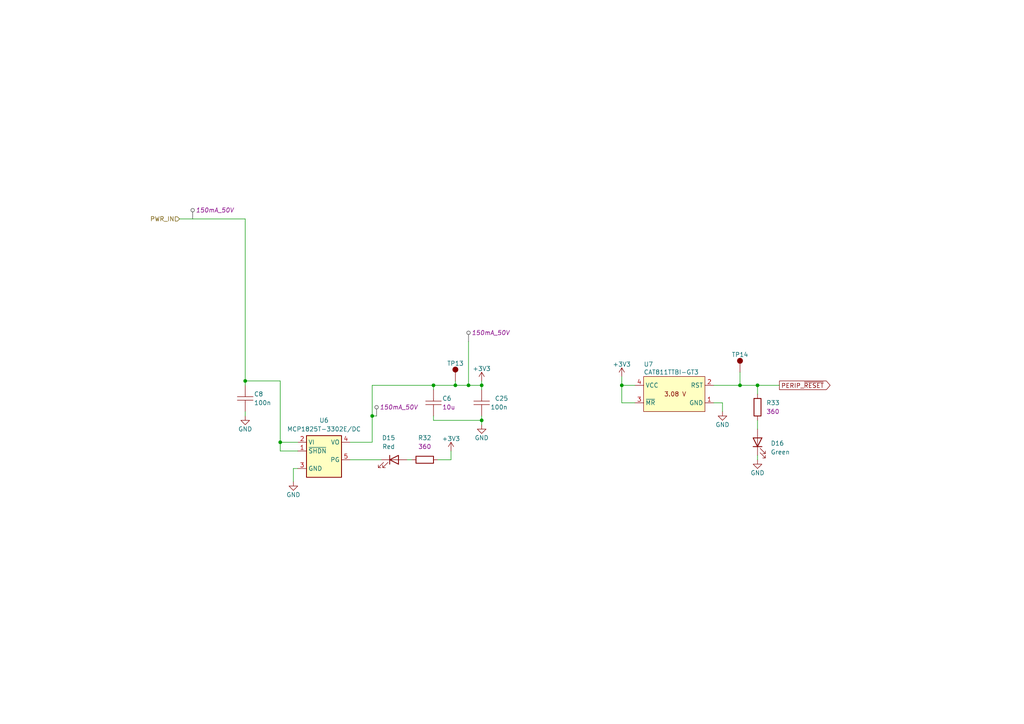
<source format=kicad_sch>
(kicad_sch (version 20230121) (generator eeschema)
  (paper "A4")
  (title_block (title "Programmable Keyboard") (date "2023-10-19") (rev "1.0") (company "Kallio Designs Oy") (comment 1 "TL, NH") (comment 2 "ASSEMBLY_PN") (comment 3 "PCB_PN"))
  (lib_symbols
    (symbol "KD_Capacitor:C_0603_100n_X7R_50V" (pin_numbers hide) (pin_names hide)
      (property "Reference" "C" (at 2.54 1.27 0))
      (property "Value" "100n" (at 2.54 -1.27 0))
      (symbol "C_0603_100n_X7R_50V_0_1"
        (polyline (pts (xy -2.286 -0.508) (xy 2.286 -0.508)))
        (polyline (pts (xy -2.286 0.508) (xy 2.286 0.508)))
        (polyline (pts (xy 0 -0.508) (xy 0 -1.016)))
        (polyline (pts (xy 0 0.508) (xy 0 1.016)))
      )
      (symbol "C_0603_100n_X7R_50V_1_1"
        (pin passive line (at 0 3.81 270) (length 2.794) (name "~") (number "1"))
        (pin passive line (at 0 -3.81 90) (length 2.794) (name "~") (number "2"))
      )
    )
    (symbol "KD_Capacitor:C_1206_10u_X7R_16V" (pin_numbers hide) (pin_names hide)
      (property "Reference" "C" (at 2.54 1.27 0))
      (property "Code" "10u" (at 2.54 -1.27 0))
      (symbol "C_1206_10u_X7R_16V_0_1"
        (polyline (pts (xy -2.286 -0.508) (xy 2.286 -0.508)))
        (polyline (pts (xy -2.286 0.508) (xy 2.286 0.508)))
        (polyline (pts (xy 0 -0.508) (xy 0 -1.016)))
        (polyline (pts (xy 0 0.508) (xy 0 1.016)))
      )
      (symbol "C_1206_10u_X7R_16V_1_1"
        (pin passive line (at 0 3.81 270) (length 2.794) (name "~") (number "1"))
        (pin passive line (at 0 -3.81 90) (length 2.794) (name "~") (number "2"))
      )
    )
    (symbol "KD_Connector_Pads:TestPoint_2.5mm_H0.9" (pin_numbers hide) (pin_names hide)
      (property "Reference" "TP" (at 0 5.08 0))
      (symbol "TestPoint_2.5mm_H0.9_0_1"
        (circle (center 0 3.302) (radius 0.762) (fill (type outline)))
      )
      (symbol "TestPoint_2.5mm_H0.9_1_1"
        (pin passive line (at 0 0 90) (length 2.54) (name "1") (number "1"))
      )
    )
    (symbol "KD_IC_Other:Supervisor_CAT811TTBI-GT3"
      (property "Reference" "U" (at 2.54 6.096 0))
      (property "Value" "CAT811TTBI-GT3" (at 2.54 3.81 0))
      (symbol "Supervisor_CAT811TTBI-GT3_0_1"
        (rectangle (start 2.54 2.54) (end 20.32 -7.62) (fill (type background)))
      )
      (symbol "Supervisor_CAT811TTBI-GT3_1_0"
        (pin bidirectional line (at 22.86 -5.08 180) (length 2.54) (name "GND") (number "1"))
        (pin bidirectional line (at 22.86 0 180) (length 2.54) (name "RST") (number "2"))
        (pin input line (at 0 -5.08 0) (length 2.54) (name "~{MR}") (number "3"))
        (pin power_in line (at 0 0 0) (length 2.54) (name "VCC") (number "4"))
      )
      (symbol "Supervisor_CAT811TTBI-GT3_1_1"
        (text "3.08 V" (at 11.684 -2.54 0) (effects (font (size 1.27 1.27))))
      )
    )
    (symbol "KD_IC_Regulator_DC_Converter:Regulator_3v3_500mA_0.5%_MCP1825T-3302E/DC"
      (property "Reference" "U" (at 0 6.35 0))
      (property "Value" "MCP1825T-3302E/DC" (at 0 3.81 0))
      (symbol "Regulator_3v3_500mA_0.5%_MCP1825T-3302E/DC_0_0"
        (text "" (at 7.62 0 0) (effects (font (size 1.27 1.27))))
      )
      (symbol "Regulator_3v3_500mA_0.5%_MCP1825T-3302E/DC_0_1"
        (rectangle (start -5.08 1.905) (end 5.08 -10.16) (stroke (width 0.254)) (fill (type background)))
      )
      (symbol "Regulator_3v3_500mA_0.5%_MCP1825T-3302E/DC_1_1"
        (pin input line (at -7.62 -2.54 0) (length 2.54) (name "~{SHDN}") (number "1"))
        (pin passive line (at -7.62 0 0) (length 2.54) (name "VI") (number "2"))
        (pin passive line (at -7.62 -7.62 0) (length 2.54) (name "GND") (number "3"))
        (pin power_out line (at 7.62 0 180) (length 2.54) (name "VO") (number "4"))
        (pin output line (at 7.62 -5.08 180) (length 2.54) (name "PG") (number "5"))
        (pin passive line (at -7.62 -7.62 0) (length 2.54) hide (name "GND") (number "6"))
      )
    )
    (symbol "KD_Led:0603_Green_Diff_B1911NG--20D000214U1930" (pin_numbers hide) (pin_names hide)
      (property "Reference" "D" (at 0 2.54 0))
      (property "Value" "Green" (at 0 -4.572 0))
      (symbol "0603_Green_Diff_B1911NG--20D000214U1930_0_1"
        (polyline (pts (xy -1.27 -1.27) (xy -1.27 1.27)) (stroke (width 0.254)))
        (polyline (pts (xy -1.27 0) (xy 1.27 0)))
        (polyline (pts (xy 1.27 -1.27) (xy 1.27 1.27) (xy -1.27 0) (xy 1.27 -1.27)) (stroke (width 0.254)))
        (polyline (pts (xy -3.048 -0.762) (xy -4.572 -2.286) (xy -3.81 -2.286) (xy -4.572 -2.286) (xy -4.572 -1.524)))
        (polyline (pts (xy -1.778 -0.762) (xy -3.302 -2.286) (xy -2.54 -2.286) (xy -3.302 -2.286) (xy -3.302 -1.524)))
      )
      (symbol "0603_Green_Diff_B1911NG--20D000214U1930_1_1"
        (pin passive line (at -3.81 0 0) (length 2.54) (name "K") (number "1"))
        (pin passive line (at 3.81 0 180) (length 2.54) (name "A") (number "2"))
      )
    )
    (symbol "KD_Led:0603_Red_Diff_B1911USD-20D000114U1930" (pin_numbers hide) (pin_names hide)
      (property "Reference" "D" (at 0 2.54 0))
      (property "Value" "Red" (at 0 -4.572 0))
      (symbol "0603_Red_Diff_B1911USD-20D000114U1930_0_1"
        (polyline (pts (xy -1.27 -1.27) (xy -1.27 1.27)) (stroke (width 0.254)))
        (polyline (pts (xy -1.27 0) (xy 1.27 0)))
        (polyline (pts (xy 1.27 -1.27) (xy 1.27 1.27) (xy -1.27 0) (xy 1.27 -1.27)) (stroke (width 0.254)))
        (polyline (pts (xy -3.048 -0.762) (xy -4.572 -2.286) (xy -3.81 -2.286) (xy -4.572 -2.286) (xy -4.572 -1.524)))
        (polyline (pts (xy -1.778 -0.762) (xy -3.302 -2.286) (xy -2.54 -2.286) (xy -3.302 -2.286) (xy -3.302 -1.524)))
      )
      (symbol "0603_Red_Diff_B1911USD-20D000114U1930_1_1"
        (pin passive line (at -3.81 0 0) (length 2.54) (name "K") (number "1"))
        (pin passive line (at 3.81 0 180) (length 2.54) (name "A") (number "2"))
      )
    )
    (symbol "KD_Resistor:R_0603_360_1%" (pin_numbers hide) (pin_names hide)
      (property "Reference" "R" (at 1.905 1.27 0))
      (property "Code" "360" (at 1.905 -1.27 0))
      (symbol "R_0603_360_1%_0_1"
        (rectangle (start -1.016 -2.54) (end 1.016 2.54) (stroke (width 0.254)))
      )
      (symbol "R_0603_360_1%_1_1"
        (pin passive line (at 0 3.81 270) (length 1.27) (name "~") (number "1"))
        (pin passive line (at 0 -3.81 90) (length 1.27) (name "~") (number "2"))
      )
    )
    (symbol "power:+3V3" (power) (pin_names (offset 0))
      (property "Value" "+3V3" (at 0 3.556 0))
      (symbol "+3V3_0_1"
        (polyline (pts (xy -0.762 1.27) (xy 0 2.54)))
        (polyline (pts (xy 0 0) (xy 0 2.54)))
        (polyline (pts (xy 0 2.54) (xy 0.762 1.27)))
      )
      (symbol "+3V3_1_1"
        (pin power_in line (at 0 0 90) (length 0) hide (name "+3V3") (number "1"))
      )
    )
    (symbol "power:GND" (power) (pin_names (offset 0))
      (property "Value" "GND" (at 0 -3.81 0))
      (symbol "GND_0_1"
        (polyline (pts (xy 0 0) (xy 0 -1.27) (xy 1.27 -1.27) (xy 0 -2.54) (xy -1.27 -1.27) (xy 0 -1.27)))
      )
      (symbol "GND_1_1"
        (pin power_in line (at 0 0 270) (length 0) hide (name "GND") (number "1"))
      )
    )
  )
  (junction (at 139.7 121.92))
  (junction (at 135.89 111.76))
  (junction (at 71.12 110.49))
  (junction (at 107.95 120.65))
  (junction (at 139.7 111.76))
  (junction (at 219.71 111.76))
  (junction (at 132.08 111.76))
  (junction (at 125.73 111.76))
  (junction (at 214.63 111.76))
  (junction (at 81.28 128.27))
  (junction (at 180.34 111.76))
  (wire (pts (xy 107.95 128.27) (xy 101.6 128.27)))
  (wire (pts (xy 107.95 120.65) (xy 109.22 120.65)))
  (wire (pts (xy 127 133.35) (xy 130.81 133.35)))
  (wire (pts (xy 184.15 116.84) (xy 180.34 116.84)))
  (wire (pts (xy 71.12 63.5) (xy 71.12 110.49)))
  (wire (pts (xy 180.34 111.76) (xy 180.34 109.22)))
  (wire (pts (xy 85.09 135.89) (xy 85.09 139.7)))
  (wire (pts (xy 132.08 110.49) (xy 132.08 111.76)))
  (wire (pts (xy 71.12 120.65) (xy 71.12 119.38)))
  (wire (pts (xy 226.06 111.76) (xy 219.71 111.76)))
  (wire (pts (xy 107.95 120.65) (xy 107.95 128.27)))
  (wire (pts (xy 135.89 99.06) (xy 135.89 111.76)))
  (wire (pts (xy 81.28 110.49) (xy 81.28 128.27)))
  (wire (pts (xy 125.73 121.92) (xy 139.7 121.92)))
  (wire (pts (xy 71.12 110.49) (xy 71.12 111.76)))
  (wire (pts (xy 219.71 121.92) (xy 219.71 124.46)))
  (wire (pts (xy 219.71 111.76) (xy 219.71 114.3)))
  (wire (pts (xy 139.7 121.92) (xy 139.7 123.19)))
  (wire (pts (xy 139.7 120.65) (xy 139.7 121.92)))
  (wire (pts (xy 52.07 63.5) (xy 71.12 63.5)))
  (wire (pts (xy 130.81 133.35) (xy 130.81 130.81)))
  (wire (pts (xy 71.12 110.49) (xy 81.28 110.49)))
  (wire (pts (xy 81.28 130.81) (xy 81.28 128.27)))
  (wire (pts (xy 81.28 128.27) (xy 86.36 128.27)))
  (wire (pts (xy 184.15 111.76) (xy 180.34 111.76)))
  (wire (pts (xy 207.01 111.76) (xy 214.63 111.76)))
  (wire (pts (xy 135.89 111.76) (xy 139.7 111.76)))
  (wire (pts (xy 81.28 130.81) (xy 86.36 130.81)))
  (wire (pts (xy 107.95 111.76) (xy 107.95 120.65)))
  (wire (pts (xy 209.55 116.84) (xy 209.55 119.38)))
  (wire (pts (xy 119.38 133.35) (xy 118.11 133.35)))
  (wire (pts (xy 180.34 116.84) (xy 180.34 111.76)))
  (wire (pts (xy 214.63 107.95) (xy 214.63 111.76)))
  (wire (pts (xy 125.73 111.76) (xy 132.08 111.76)))
  (wire (pts (xy 139.7 110.49) (xy 139.7 111.76)))
  (wire (pts (xy 101.6 133.35) (xy 110.49 133.35)))
  (wire (pts (xy 125.73 120.65) (xy 125.73 121.92)))
  (wire (pts (xy 219.71 111.76) (xy 214.63 111.76)))
  (wire (pts (xy 207.01 116.84) (xy 209.55 116.84)))
  (wire (pts (xy 85.09 135.89) (xy 86.36 135.89)))
  (wire (pts (xy 219.71 133.35) (xy 219.71 132.08)))
  (wire (pts (xy 107.95 111.76) (xy 125.73 111.76)))
  (wire (pts (xy 132.08 111.76) (xy 135.89 111.76)))
  (wire (pts (xy 125.73 113.03) (xy 125.73 111.76)))
  (wire (pts (xy 139.7 113.03) (xy 139.7 111.76)))
  (global_label "PERIP_~{RESET}" (shape output) (at 226.06 111.76 0) (property "Intersheetrefs" "${INTERSHEET_REFS}" (effects hide)))
  (hierarchical_label "PWR_IN" (shape input) (at 52.07 63.5 180))
  (netclass_flag "" (length 2.54) (shape round) (at 55.88 63.5 0) (property "Netclass" "150mA_50V" (at 56.769 60.96 0) (effects (font italic) (justify left))))
  (netclass_flag "" (length 2.54) (shape round) (at 135.89 99.06 0) (property "Netclass" "150mA_50V" (at 136.779 96.52 0) (effects (font italic) (justify left))))
  (netclass_flag "" (length 2.54) (shape round) (at 109.22 120.65 0) (property "Netclass" "150mA_50V" (at 110.109 118.11 0) (effects (font italic) (justify left))))
  (symbol (lib_id "KD_Resistor:R_0603_360_1%") (at 219.71 118.11 180) (unit 1)
    (property "Reference" "R33" (at 222.25 116.84 0) (effects (justify right)))
    (property "Value" "R_0603_360_1%" (effects hide))
    (property "Footprint" "KD_Resistor:RESC1608X55N" (effects hide))
    (property "Datasheet" "https://www.yageo.com/upload/media/product/productsearch/datasheet/rchip/PYu-RT_1-to-0.01_RoHS_L_12.pdf" (effects hide))
    (property "Code" "360" (at 222.25 119.38 0) (effects (justify right)))
    (property "Manufacturer" "YAGEO" (effects hide))
    (property "MFG_PartNo" "RT0603FRE07360RL" (effects hide))
    (property "Supplier" "Digi-Key" (effects hide))
    (property "Supplier_PartNo" "13-RT0603FRE07360RLCT-ND" (effects hide))
    (property "DNP" "F" (effects hide))
    (property "Price" "0.02" (effects hide))
  )
  (symbol (lib_id "power:GND") (at 219.71 133.35 0) (unit 1)
    (property "Reference" "#PWR0101" (effects hide))
    (property "Value" "GND" (at 219.71 137.16 0))
    (instances (project "TPCOT" (path "" (reference "#PWR0101") (unit 1))) (project "000018 PGKB" (path "" (reference "#PWR037") (unit 1))))
  )
  (symbol (lib_id "KD_Resistor:R_0603_360_1%") (at 123.19 133.35 90) (unit 1)
    (property "Reference" "R32" (at 123.19 127 90))
    (property "Value" "R_0603_360_1%" (effects hide))
    (property "Footprint" "KD_Resistor:RESC1608X55N" (effects hide))
    (property "Datasheet" "https://www.yageo.com/upload/media/product/productsearch/datasheet/rchip/PYu-RT_1-to-0.01_RoHS_L_12.pdf" (effects hide))
    (property "Code" "360" (at 123.19 129.54 90))
    (property "Manufacturer" "YAGEO" (effects hide))
    (property "MFG_PartNo" "RT0603FRE07360RL" (effects hide))
    (property "Supplier" "Digi-Key" (effects hide))
    (property "Supplier_PartNo" "13-RT0603FRE07360RLCT-ND" (effects hide))
    (property "DNP" "F" (effects hide))
    (property "Price" "0.02" (effects hide))
  )
  (symbol (lib_id "power:+3V3") (at 130.81 130.81 0) (unit 1)
    (property "Reference" "#+3V03" (effects hide))
    (property "Value" "+3V3" (at 130.81 127.254 0))
    (instances (project "000052 RCCON" (path "" (reference "#+3V03") (unit 1))) (project "000018 PGKB" (path "" (reference "#+3V08") (unit 1))))
  )
  (symbol (lib_id "power:GND") (at 139.7 123.19 0) (unit 1)
    (property "Reference" "#PWR0102" (effects hide))
    (property "Value" "GND" (at 139.7 127 0))
    (instances (project "TPCOT" (path "" (reference "#PWR0102") (unit 1))) (project "000018 PGKB" (path "" (reference "#PWR035") (unit 1))))
  )
  (symbol (lib_id "KD_Capacitor:C_0603_100n_X7R_50V") (at 71.12 115.57 0) (unit 1)
    (property "Reference" "C8" (at 73.66 114.3 0) (effects (justify left)))
    (property "Value" "100n" (at 73.66 116.84 0) (effects (justify left)))
    (property "Footprint" "KD_Capacitor:CAPC1608X90N" (effects hide))
    (property "Datasheet" "https://mm.digikey.com/Volume0/opasdata/d220001/medias/docus/658/CL10B104KB8NNWC_Spec.pdf" (effects hide))
    (property "Value" "100n" (at 73.66 116.84 0) (effects (justify left)))
    (property "Manufacturer" "Samsung" (effects hide))
    (property "MFG_PartNo" "CL10B104KB8NNWC" (effects hide))
    (property "Supplier" "Digi-Key" (effects hide))
    (property "Supplier_PartNo" "1276-1935-1-ND" (effects hide))
    (property "DNP" "F" (effects hide))
    (property "Price" "0.01" (effects hide))
    (instances (project "000052 RCCON" (path "" (reference "C8") (unit 1))) (project "000018 PGKB" (path "" (reference "C36") (unit 1))))
  )
  (symbol (lib_id "power:GND") (at 71.12 120.65 0) (unit 1)
    (property "Reference" "#PWR0101" (effects hide))
    (property "Value" "GND" (at 71.12 124.46 0))
    (instances (project "TPCOT" (path "" (reference "#PWR0101") (unit 1))) (project "000018 PGKB" (path "" (reference "#PWR033") (unit 1))))
  )
  (symbol (lib_id "KD_IC_Regulator_DC_Converter:Regulator_3v3_500mA_0.5%_MCP1825T-3302E/DC") (at 93.98 128.27 0) (unit 1)
    (property "Reference" "U6" (at 93.98 121.92 0))
    (property "Value" "MCP1825T-3302E/DC" (at 93.98 124.46 0))
    (property "Footprint" "KD_Package_TO_SOT_SMD:SOT127P700X180-6N" (effects hide))
    (property "Datasheet" "https://ww1.microchip.com/downloads/en/DeviceDoc/22056b.pdf" (effects hide))
    (property "Manufacturer" "Microchip Technology" (effects hide))
    (property "MFG_PartNo" "MCP1825T-3302E/DC" (effects hide))
    (property "Supplier" "Digi-Key" (effects hide))
    (property "Supplier_PartNo" "MCP1825T-3302E/DCCT-ND" (effects hide))
    (property "DNP" "F" (effects hide))
    (property "Price" "0.7" (effects hide))
  )
  (symbol (lib_id "KD_Led:0603_Green_Diff_B1911NG--20D000214U1930") (at 219.71 128.27 90) (unit 1)
    (property "Reference" "D16" (at 223.52 128.5875 90) (effects (justify right)))
    (property "Value" "Green" (at 223.52 131.1275 90) (effects (justify right)))
    (property "Footprint" "KD_Diode:LEDM1608X70M" (effects hide))
    (property "Datasheet" "https://mm.digikey.com/Volume0/opasdata/d220001/medias/docus/3690/B1911NG--20D000214U1930.pdf" (effects hide))
    (property "Manufacturer" "Harvatek Corporation" (effects hide))
    (property "MFG_PartNo" "B1911NG--20D000214U1930" (effects hide))
    (property "Supplier" "Digi-Key" (effects hide))
    (property "Supplier_PartNo" "3147-B1911NG--20D000214U1930CT-ND" (effects hide))
    (property "DNP" "F" (effects hide))
    (property "Price" "0.10" (effects hide))
  )
  (symbol (lib_id "KD_Capacitor:C_1206_10u_X7R_16V") (at 125.73 116.84 0) (unit 1)
    (property "Reference" "C6" (at 128.27 115.57 0) (effects (justify left)))
    (property "Value" "10u" (effects hide))
    (property "Footprint" "KD_Capacitor:CAPC3216X150N" (effects hide))
    (property "Datasheet" "https://www.samsungsem.com/kr/support/product-search/mlcc/CL31B106MOHNNNE.jsp" (effects hide))
    (property "Code" "10u" (at 128.27 118.11 0) (effects (justify left)))
    (property "Manufacturer" "Samsung Electro-Mechanics" (effects hide))
    (property "MFG_PartNo" "CL31B106MOHNNNE" (effects hide))
    (property "Supplier" "Digi-Key" (effects hide))
    (property "Supplier_PartNo" "1276-6641-1-ND" (effects hide))
    (property "DNP" "F" (effects hide))
    (property "Price" "0.10" (effects hide))
    (instances (project "000052 RCCON" (path "" (reference "C6") (unit 1))) (project "000018 PGKB" (path "" (reference "C37") (unit 1))))
  )
  (symbol (lib_id "KD_Connector_Pads:TestPoint_2.5mm_H0.9") (at 214.63 107.95 0) (unit 1)
    (property "Reference" "TP14" (at 214.63 102.87 0))
    (property "Value" "TP D2.5 mm H0.9mm" (effects hide))
    (property "Footprint" "KD_Connector_Pads:TestPoint_Pad_D2.5mm_H0.9mm" (effects hide))
    (property "Datasheet" "DNP" (effects hide))
    (property "Code" "DNP" (effects hide))
    (property "Manufacturer" "DNP" (effects hide))
    (property "MFG_PartNo" "DNP" (effects hide))
    (property "Supplier" "DNP" (effects hide))
    (property "Supplier_PartNo" "DNP" (effects hide))
    (property "DNP" "T" (effects hide))
    (property "Price" "0.00" (effects hide))
  )
  (symbol (lib_id "KD_Led:0603_Red_Diff_B1911USD-20D000114U1930") (at 114.3 133.35 0) (unit 1)
    (property "Reference" "D15" (at 112.7125 127 0))
    (property "Value" "Red" (at 112.7125 129.54 0))
    (property "Footprint" "KD_Diode:LEDM1608X70M" (effects hide))
    (property "Datasheet" "https://mm.digikey.com/Volume0/opasdata/d220001/medias/docus/3694/B1911USD-20D000114U1930.pdf" (effects hide))
    (property "Manufacturer" "Harvatek Corporation" (effects hide))
    (property "MFG_PartNo" "B1911USD-20D000114U1930" (effects hide))
    (property "Supplier" "Digi-Key" (effects hide))
    (property "Supplier_PartNo" "3147-B1911USD-20D000114U1930CT-ND" (effects hide))
    (property "DNP" "F" (effects hide))
    (property "Price" "0.10" (effects hide))
  )
  (symbol (lib_id "KD_Capacitor:C_0603_100n_X7R_50V") (at 139.7 116.84 0) (unit 1)
    (property "Reference" "C25" (at 143.51 115.57 0) (effects (justify left)))
    (property "Value" "100n" (at 142.24 118.11 0) (effects (justify left)))
    (property "Footprint" "KD_Capacitor:CAPC1608X90N" (effects hide))
    (property "Datasheet" "https://mm.digikey.com/Volume0/opasdata/d220001/medias/docus/658/CL10B104KB8NNWC_Spec.pdf" (effects hide))
    (property "Manufacturer" "Samsung" (effects hide))
    (property "MFG_PartNo" "CL10B104KB8NNWC" (effects hide))
    (property "Supplier" "Digi-Key" (effects hide))
    (property "Supplier_PartNo" "1276-1935-1-ND" (effects hide))
    (property "DNP" "F" (effects hide))
    (property "Price" "0.01" (effects hide))
    (instances (project "TPCOT" (path "" (reference "C25") (unit 1))) (project "000018 PGKB" (path "" (reference "C38") (unit 1))))
  )
  (symbol (lib_id "power:+3V3") (at 139.7 110.49 0) (unit 1)
    (property "Reference" "#+3V03" (effects hide))
    (property "Value" "+3V3" (at 139.7 106.934 0))
    (instances (project "000052 RCCON" (path "" (reference "#+3V03") (unit 1))) (project "000018 PGKB" (path "" (reference "#+3V09") (unit 1))))
  )
  (symbol (lib_id "power:GND") (at 85.09 139.7 0) (unit 1)
    (property "Reference" "#PWR0101" (effects hide))
    (property "Value" "GND" (at 85.09 143.51 0))
    (instances (project "TPCOT" (path "" (reference "#PWR0101") (unit 1))) (project "000018 PGKB" (path "" (reference "#PWR034") (unit 1))))
  )
  (symbol (lib_id "KD_Connector_Pads:TestPoint_2.5mm_H0.9") (at 132.08 110.49 0) (unit 1)
    (property "Reference" "TP13" (at 132.08 105.41 0))
    (property "Value" "TP D2.5 mm H0.9mm" (effects hide))
    (property "Footprint" "KD_Connector_Pads:TestPoint_Pad_D2.5mm_H0.9mm" (effects hide))
    (property "Datasheet" "DNP" (effects hide))
    (property "Code" "DNP" (effects hide))
    (property "Manufacturer" "DNP" (effects hide))
    (property "MFG_PartNo" "DNP" (effects hide))
    (property "Supplier" "DNP" (effects hide))
    (property "Supplier_PartNo" "DNP" (effects hide))
    (property "DNP" "T" (effects hide))
    (property "Price" "0.00" (effects hide))
  )
  (symbol (lib_id "power:GND") (at 209.55 119.38 0) (unit 1)
    (property "Reference" "#PWR036" (effects hide))
    (property "Value" "GND" (at 209.55 123.19 0))
  )
  (symbol (lib_id "power:+3V3") (at 180.34 109.22 0) (unit 1)
    (property "Reference" "#+3V03" (effects hide))
    (property "Value" "+3V3" (at 180.34 105.664 0))
    (instances (project "000052 RCCON" (path "" (reference "#+3V03") (unit 1))) (project "000018 PGKB" (path "" (reference "#+3V010") (unit 1))))
  )
  (symbol (lib_id "KD_IC_Other:Supervisor_CAT811TTBI-GT3") (at 184.15 111.76 0) (unit 1)
    (property "Reference" "U7" (at 186.69 105.664 0) (effects (justify left)))
    (property "Value" "CAT811TTBI-GT3" (at 186.69 107.95 0) (effects (justify left)))
    (property "Footprint" "KD_Package_TO_SOT_SMD:SOT-143_TO-253_M" (effects hide))
    (property "Datasheet" "https://www.onsemi.com/pdf/datasheet/cat811-d.pdf" (effects hide))
    (property "Manufacturer" "onsemi" (effects hide))
    (property "MFG_PartNo" "CAT811TTBI-GT3" (effects hide))
    (property "Supplier" "Digi-Key" (effects hide))
    (property "Supplier_PartNo" "CAT811TTBI-GT3OSCT-ND" (effects hide))
    (property "DNP" "F" (effects hide))
    (property "Price" "0.5" (effects hide))
  )
)
</source>
